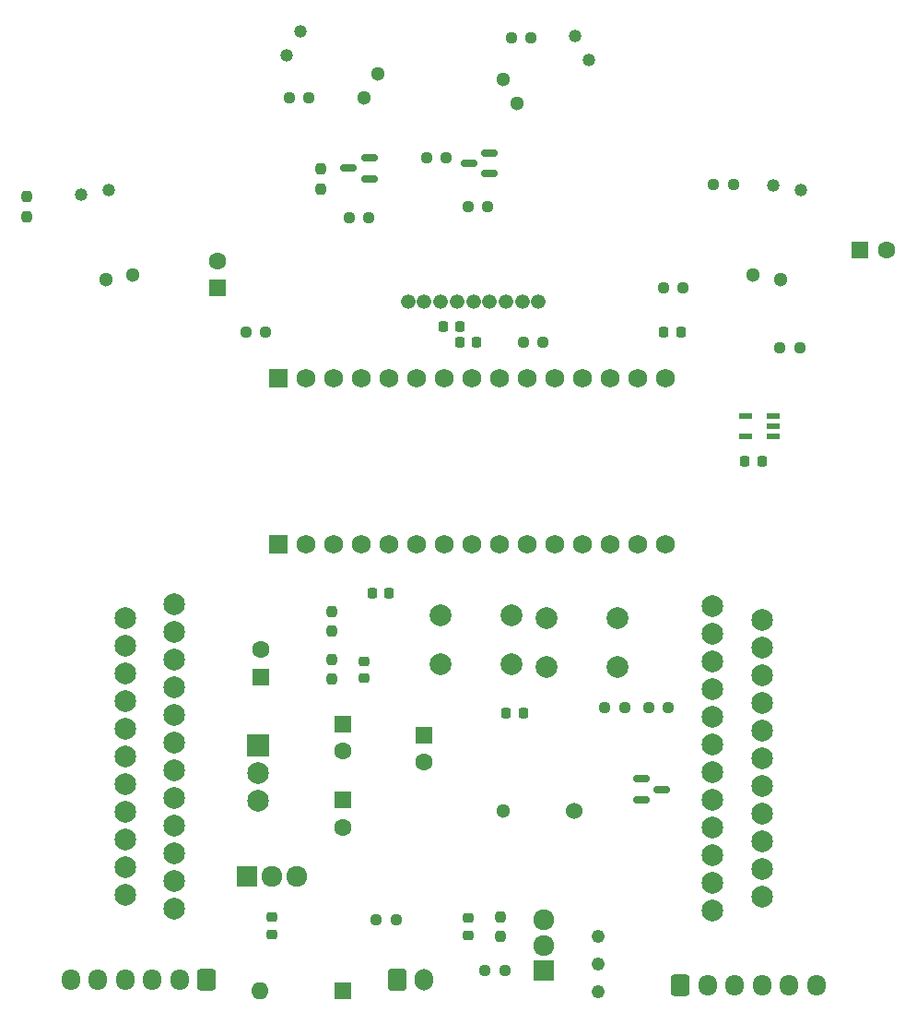
<source format=gts>
%TF.GenerationSoftware,KiCad,Pcbnew,8.0.5*%
%TF.CreationDate,2024-11-23T08:17:22+09:00*%
%TF.ProjectId,mouse_v1,6d6f7573-655f-4763-912e-6b696361645f,rev?*%
%TF.SameCoordinates,Original*%
%TF.FileFunction,Soldermask,Top*%
%TF.FilePolarity,Negative*%
%FSLAX46Y46*%
G04 Gerber Fmt 4.6, Leading zero omitted, Abs format (unit mm)*
G04 Created by KiCad (PCBNEW 8.0.5) date 2024-11-23 08:17:22*
%MOMM*%
%LPD*%
G01*
G04 APERTURE LIST*
G04 Aperture macros list*
%AMRoundRect*
0 Rectangle with rounded corners*
0 $1 Rounding radius*
0 $2 $3 $4 $5 $6 $7 $8 $9 X,Y pos of 4 corners*
0 Add a 4 corners polygon primitive as box body*
4,1,4,$2,$3,$4,$5,$6,$7,$8,$9,$2,$3,0*
0 Add four circle primitives for the rounded corners*
1,1,$1+$1,$2,$3*
1,1,$1+$1,$4,$5*
1,1,$1+$1,$6,$7*
1,1,$1+$1,$8,$9*
0 Add four rect primitives between the rounded corners*
20,1,$1+$1,$2,$3,$4,$5,0*
20,1,$1+$1,$4,$5,$6,$7,0*
20,1,$1+$1,$6,$7,$8,$9,0*
20,1,$1+$1,$8,$9,$2,$3,0*%
G04 Aperture macros list end*
%ADD10RoundRect,0.150000X-0.587500X-0.150000X0.587500X-0.150000X0.587500X0.150000X-0.587500X0.150000X0*%
%ADD11R,1.600000X1.600000*%
%ADD12C,1.600000*%
%ADD13C,1.217000*%
%ADD14R,1.920000X1.920000*%
%ADD15C,1.920000*%
%ADD16RoundRect,0.237500X0.250000X0.237500X-0.250000X0.237500X-0.250000X-0.237500X0.250000X-0.237500X0*%
%ADD17O,1.600000X1.600000*%
%ADD18RoundRect,0.237500X0.237500X-0.250000X0.237500X0.250000X-0.237500X0.250000X-0.237500X-0.250000X0*%
%ADD19C,1.337000*%
%ADD20C,1.524000*%
%ADD21C,1.300000*%
%ADD22RoundRect,0.237500X-0.237500X0.250000X-0.237500X-0.250000X0.237500X-0.250000X0.237500X0.250000X0*%
%ADD23RoundRect,0.237500X-0.250000X-0.237500X0.250000X-0.237500X0.250000X0.237500X-0.250000X0.237500X0*%
%ADD24R,1.250000X0.600000*%
%ADD25RoundRect,0.225000X0.250000X-0.225000X0.250000X0.225000X-0.250000X0.225000X-0.250000X-0.225000X0*%
%ADD26RoundRect,0.218750X0.218750X0.256250X-0.218750X0.256250X-0.218750X-0.256250X0.218750X-0.256250X0*%
%ADD27RoundRect,0.218750X-0.218750X-0.256250X0.218750X-0.256250X0.218750X0.256250X-0.218750X0.256250X0*%
%ADD28C,2.000000*%
%ADD29RoundRect,0.150000X0.587500X0.150000X-0.587500X0.150000X-0.587500X-0.150000X0.587500X-0.150000X0*%
%ADD30RoundRect,0.218750X0.256250X-0.218750X0.256250X0.218750X-0.256250X0.218750X-0.256250X-0.218750X0*%
%ADD31RoundRect,0.225000X0.225000X0.250000X-0.225000X0.250000X-0.225000X-0.250000X0.225000X-0.250000X0*%
%ADD32RoundRect,0.225000X-0.225000X-0.250000X0.225000X-0.250000X0.225000X0.250000X-0.225000X0.250000X0*%
%ADD33RoundRect,0.102000X0.765000X-0.765000X0.765000X0.765000X-0.765000X0.765000X-0.765000X-0.765000X0*%
%ADD34C,1.734000*%
%ADD35C,1.995000*%
%ADD36R,1.995000X1.995000*%
%ADD37C,1.192000*%
%ADD38RoundRect,0.250000X-0.600000X-0.725000X0.600000X-0.725000X0.600000X0.725000X-0.600000X0.725000X0*%
%ADD39O,1.700000X1.950000*%
%ADD40RoundRect,0.250000X0.600000X0.725000X-0.600000X0.725000X-0.600000X-0.725000X0.600000X-0.725000X0*%
%ADD41RoundRect,0.250000X-0.600000X-0.750000X0.600000X-0.750000X0.600000X0.750000X-0.600000X0.750000X0*%
%ADD42O,1.700000X2.000000*%
G04 APERTURE END LIST*
D10*
%TO.C,Q9*%
X119252500Y-130590000D03*
X119252500Y-132490000D03*
X121127500Y-131540000D03*
%TD*%
D11*
%TO.C,C11*%
X139340000Y-82040000D03*
D12*
X141840000Y-82040000D03*
%TD*%
D13*
%TO.C,VR1*%
X115340000Y-150080000D03*
X115340000Y-147540000D03*
X115340000Y-145000000D03*
%TD*%
D14*
%TO.C,Q3*%
X110340000Y-148140000D03*
D15*
X110340000Y-145840000D03*
X110340000Y-143540000D03*
%TD*%
D16*
%TO.C,R14*%
X84752500Y-89540000D03*
X82927500Y-89540000D03*
%TD*%
%TO.C,R8*%
X127752500Y-76040000D03*
X125927500Y-76040000D03*
%TD*%
D11*
%TO.C,SW4*%
X91840000Y-150040000D03*
D17*
X84220000Y-150040000D03*
%TD*%
D18*
%TO.C,R18*%
X90840000Y-121452500D03*
X90840000Y-119627500D03*
%TD*%
D19*
%TO.C,DS1*%
X97840000Y-86790000D03*
X99340000Y-86790000D03*
X100840000Y-86790000D03*
X102340000Y-86790000D03*
X103840000Y-86790000D03*
X105340000Y-86790000D03*
X106840000Y-86790000D03*
X108340000Y-86790000D03*
X109840000Y-86790000D03*
%TD*%
D20*
%TO.C,LS1*%
X113127500Y-133540000D03*
D21*
X106627500Y-133540000D03*
%TD*%
D22*
%TO.C,R3*%
X106340000Y-143227500D03*
X106340000Y-145052500D03*
%TD*%
D18*
%TO.C,R19*%
X90840000Y-117040000D03*
X90840000Y-115215000D03*
%TD*%
D23*
%TO.C,R15*%
X119927500Y-124040000D03*
X121752500Y-124040000D03*
%TD*%
D11*
%TO.C,C8*%
X99340000Y-126540000D03*
D12*
X99340000Y-129040000D03*
%TD*%
D11*
%TO.C,C7*%
X91840000Y-125540000D03*
D12*
X91840000Y-128040000D03*
%TD*%
D24*
%TO.C,IC2*%
X131385000Y-99180000D03*
X131385000Y-98230000D03*
X131385000Y-97280000D03*
X128885000Y-97280000D03*
X128885000Y-99180000D03*
%TD*%
D25*
%TO.C,C6*%
X103340000Y-144915000D03*
X103340000Y-143365000D03*
%TD*%
D26*
%TO.C,D3*%
X122915000Y-89540000D03*
X121340000Y-89540000D03*
%TD*%
D27*
%TO.C,D2*%
X106840000Y-124540000D03*
X108415000Y-124540000D03*
%TD*%
D28*
%TO.C,SW1*%
X117090000Y-120290000D03*
X110590000Y-120290000D03*
X117090000Y-115790000D03*
X110590000Y-115790000D03*
%TD*%
D29*
%TO.C,Q8*%
X94277500Y-75490000D03*
X94277500Y-73590000D03*
X92402500Y-74540000D03*
%TD*%
D30*
%TO.C,D1*%
X85340000Y-144827500D03*
X85340000Y-143252500D03*
%TD*%
D22*
%TO.C,R13*%
X89840000Y-74590000D03*
X89840000Y-76415000D03*
%TD*%
D31*
%TO.C,C3*%
X96115000Y-113540000D03*
X94565000Y-113540000D03*
%TD*%
D23*
%TO.C,R4*%
X108427500Y-90540000D03*
X110252500Y-90540000D03*
%TD*%
D32*
%TO.C,C5*%
X128790000Y-101420000D03*
X130340000Y-101420000D03*
%TD*%
D33*
%TO.C,U1*%
X85940000Y-109040000D03*
D34*
X88480000Y-109040000D03*
X91020000Y-109040000D03*
X93560000Y-109040000D03*
X96100000Y-109040000D03*
X98640000Y-109040000D03*
X101180000Y-109040000D03*
X103720000Y-109040000D03*
X106260000Y-109040000D03*
X108800000Y-109040000D03*
X111340000Y-109040000D03*
X113880000Y-109040000D03*
X116420000Y-109040000D03*
X118960000Y-109040000D03*
X121500000Y-109040000D03*
D33*
X85940000Y-93800000D03*
D34*
X88480000Y-93800000D03*
X91020000Y-93800000D03*
X93560000Y-93800000D03*
X96100000Y-93800000D03*
X98640000Y-93800000D03*
X101180000Y-93800000D03*
X103720000Y-93800000D03*
X106260000Y-93800000D03*
X108800000Y-93800000D03*
X111340000Y-93800000D03*
X113880000Y-93800000D03*
X116420000Y-93800000D03*
X118960000Y-93800000D03*
X121500000Y-93800000D03*
%TD*%
D29*
%TO.C,Q1*%
X105340000Y-75040000D03*
X105340000Y-73140000D03*
X103465000Y-74090000D03*
%TD*%
D35*
%TO.C,U2*%
X125840000Y-114720000D03*
X130340000Y-115990000D03*
X125840000Y-117260000D03*
X130340000Y-118530000D03*
X125840000Y-119800000D03*
X130340000Y-121070000D03*
X125840000Y-122340000D03*
X130340000Y-123610000D03*
X125840000Y-124880000D03*
X130340000Y-126150000D03*
X125840000Y-127420000D03*
X130340000Y-128690000D03*
X125840000Y-129960000D03*
X130340000Y-131230000D03*
X125840000Y-132500000D03*
X130340000Y-133770000D03*
X125840000Y-135040000D03*
X130340000Y-136310000D03*
X125840000Y-137580000D03*
X130340000Y-138850000D03*
X125840000Y-140120000D03*
X130340000Y-141390000D03*
X125840000Y-142660000D03*
%TD*%
D23*
%TO.C,R12*%
X92427500Y-79040000D03*
X94252500Y-79040000D03*
%TD*%
D16*
%TO.C,R2*%
X106752500Y-148140000D03*
X104927500Y-148140000D03*
%TD*%
D25*
%TO.C,C1*%
X93840000Y-121315000D03*
X93840000Y-119765000D03*
%TD*%
D36*
%TO.C,IC1*%
X84065000Y-127500000D03*
D35*
X84065000Y-130040000D03*
X84065000Y-132580000D03*
%TD*%
D28*
%TO.C,SW2*%
X107340000Y-120040000D03*
X100840000Y-120040000D03*
X107340000Y-115540000D03*
X100840000Y-115540000D03*
%TD*%
D23*
%TO.C,R9*%
X132015000Y-91040000D03*
X133840000Y-91040000D03*
%TD*%
D22*
%TO.C,R5*%
X62840000Y-77127500D03*
X62840000Y-78952500D03*
%TD*%
D16*
%TO.C,1K1*%
X123127500Y-85540000D03*
X121302500Y-85540000D03*
%TD*%
D23*
%TO.C,R11*%
X103340000Y-78040000D03*
X105165000Y-78040000D03*
%TD*%
D16*
%TO.C,R7*%
X109165000Y-62540000D03*
X107340000Y-62540000D03*
%TD*%
D23*
%TO.C,R16*%
X115927500Y-124040000D03*
X117752500Y-124040000D03*
%TD*%
D11*
%TO.C,C4*%
X91840000Y-132540000D03*
D12*
X91840000Y-135040000D03*
%TD*%
D31*
%TO.C,C10*%
X102615000Y-89040000D03*
X101065000Y-89040000D03*
%TD*%
D16*
%TO.C,R10*%
X101377500Y-73590000D03*
X99552500Y-73590000D03*
%TD*%
D14*
%TO.C,Q2*%
X83040000Y-139540000D03*
D15*
X85340000Y-139540000D03*
X87640000Y-139540000D03*
%TD*%
D11*
%TO.C,C12*%
X80340000Y-85540000D03*
D12*
X80340000Y-83040000D03*
%TD*%
D23*
%TO.C,R1*%
X94927500Y-143540000D03*
X96752500Y-143540000D03*
%TD*%
D11*
%TO.C,C2*%
X84340000Y-121222380D03*
D12*
X84340000Y-118722380D03*
%TD*%
D31*
%TO.C,C9*%
X104115000Y-90540000D03*
X102565000Y-90540000D03*
%TD*%
D23*
%TO.C,R6*%
X86927500Y-68040000D03*
X88752500Y-68040000D03*
%TD*%
D35*
%TO.C,U3*%
X76340000Y-142480000D03*
X71840000Y-141210000D03*
X76340000Y-139940000D03*
X71840000Y-138670000D03*
X76340000Y-137400000D03*
X71840000Y-136130000D03*
X76340000Y-134860000D03*
X71840000Y-133590000D03*
X76340000Y-132320000D03*
X71840000Y-131050000D03*
X76340000Y-129780000D03*
X71840000Y-128510000D03*
X76340000Y-127240000D03*
X71840000Y-125970000D03*
X76340000Y-124700000D03*
X71840000Y-123430000D03*
X76340000Y-122160000D03*
X71840000Y-120890000D03*
X76340000Y-119620000D03*
X71840000Y-118350000D03*
X76340000Y-117080000D03*
X71840000Y-115810000D03*
X76340000Y-114540000D03*
%TD*%
D37*
%TO.C,Q6*%
X113205000Y-62440148D03*
X114475000Y-64639853D03*
%TD*%
%TO.C,Q5*%
X86705000Y-64139852D03*
X87975000Y-61940147D03*
%TD*%
D38*
%TO.C,J2*%
X122840000Y-149540000D03*
D39*
X125340000Y-149540000D03*
X127840000Y-149540000D03*
X130340000Y-149540000D03*
X132840000Y-149540000D03*
X135340000Y-149540000D03*
%TD*%
D21*
%TO.C,LED4*%
X93840000Y-68040000D03*
X95110000Y-65840295D03*
%TD*%
D37*
%TO.C,Q7*%
X131426088Y-76098934D03*
X133927500Y-76540001D03*
%TD*%
D40*
%TO.C,J1*%
X79340000Y-149040000D03*
D39*
X76840000Y-149040000D03*
X74340000Y-149040000D03*
X71840000Y-149040000D03*
X69340000Y-149040000D03*
X66840000Y-149040000D03*
%TD*%
D41*
%TO.C,J3*%
X96840000Y-149040000D03*
D42*
X99340000Y-149040000D03*
%TD*%
D21*
%TO.C,LED3*%
X70059750Y-84765743D03*
X72561162Y-84324676D03*
%TD*%
D37*
%TO.C,Q4*%
X67838588Y-76981066D03*
X70340000Y-76539999D03*
%TD*%
D21*
%TO.C,LED2*%
X129559750Y-84314257D03*
X132061162Y-84755323D03*
%TD*%
%TO.C,LED1*%
X106570000Y-66340295D03*
X107840000Y-68540000D03*
%TD*%
M02*

</source>
